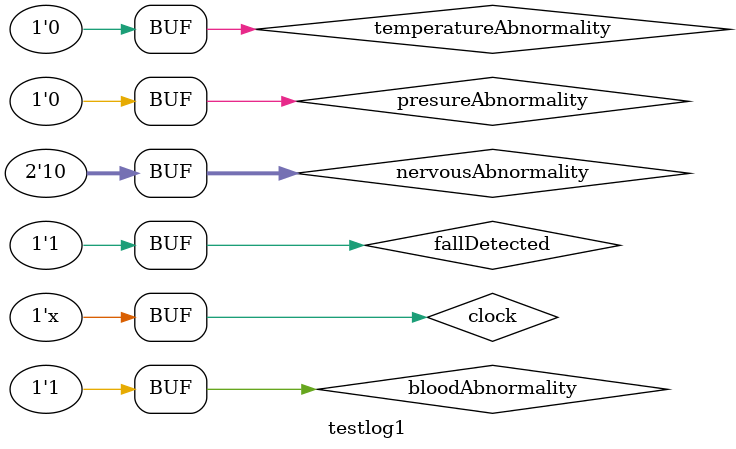
<source format=v>
`timescale 1ns / 1ps


module testlog1;

	// Inputs
	reg clock;
	reg presureAbnormality;
	reg bloodAbnormality;
	reg fallDetected;
	reg temperatureAbnormality;
	reg [1:0] nervousAbnormality;

	// Outputs
	wire [2:0] abnormaliryWarning;

	// Instantiate the Unit Under Test (UUT)
	LogicHealthcareSystemController uut (
		.clock(clock), 
		.presureAbnormality(presureAbnormality), 
		.bloodAbnormality(bloodAbnormality), 
		.fallDetected(fallDetected), 
		.temperatureAbnormality(temperatureAbnormality), 
		.nervousAbnormality(nervousAbnormality), 
		.abnormaliryWarning(abnormaliryWarning)
	);

	initial begin
		// Initialize Inputs
		clock = 0;
		presureAbnormality = 0;
		bloodAbnormality = 0;
		fallDetected = 0;
		temperatureAbnormality = 0;
		nervousAbnormality = 0;
		
		#30
		
		
		presureAbnormality = 0;
		bloodAbnormality = 1;
		fallDetected = 1;
		temperatureAbnormality = 0;
		nervousAbnormality = 0;
		
		#30
			presureAbnormality = 0;
		bloodAbnormality = 1;
		fallDetected = 1;
		temperatureAbnormality = 0;
		nervousAbnormality = 2;

		
				


		// Wait 100 ns for global reset to finish
		#100;
        
		// Add stimulus here

	end
      always #30 clock=~clock;
endmodule


</source>
